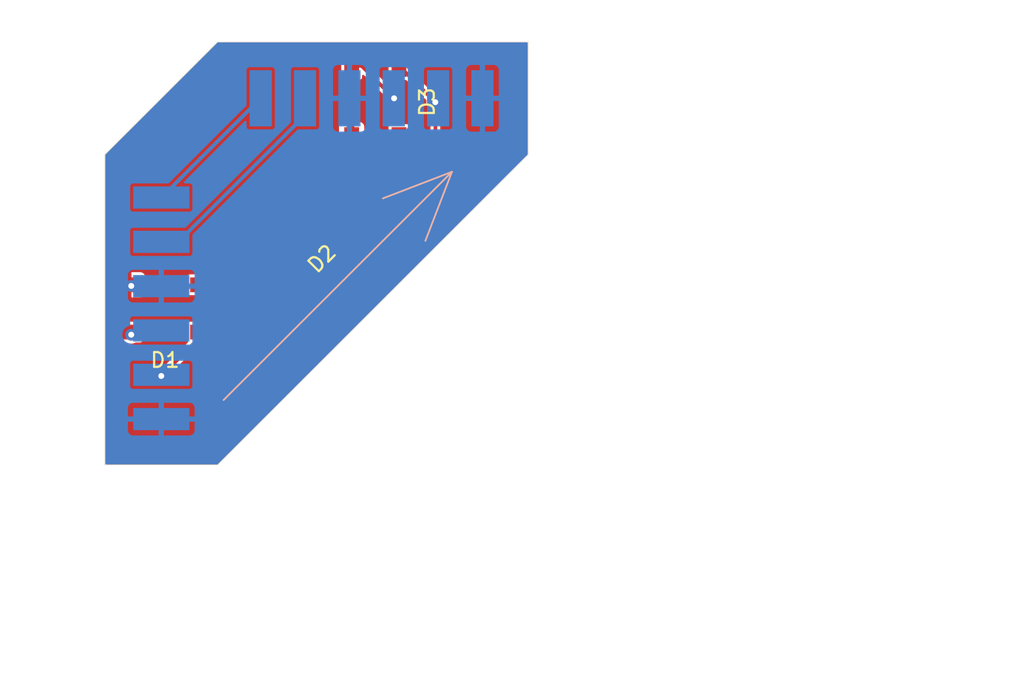
<source format=kicad_pcb>
(kicad_pcb (version 20211014) (generator pcbnew)
  (layers (0 "F.Cu" signal) (31 "B.Cu" signal) (34 "B.Paste" user) (35 "F.Paste" user) (36 "B.SilkS" user "B.Silkscreen") (37 "F.SilkS" user "F.Silkscreen") (38 "B.Mask" user) (39 "F.Mask" user) (44 "Edge.Cuts" user))
  (net 0 "")
  (net 1 "+5V")
  (net 2 "GND")
  (net 3 "Net-(CN1-Pad2)")
  (net 4 "Net-(CN2-Pad3)")
  (net 5 "Net-(D1-Pad2)")
  (net 6 "Net-(D2-Pad2)")
  (net 7 "Net-(D3-Pad2)")
  (net 8 "Net-(CN1-Pad1)")
  (footprint "LED_SMD:LED_WS2812B_PLCC4_5.0x5.0mm_P3.2mm" (layer "F.Cu") (at 126.492 107.95 180)
    (fp_text reference "D1" (at 0 -3.5) (layer "F.SilkS"))
    (fp_text value "WS2812B")
    (pad "1" smd rect (at -2.45 -1.6 180) (size 1.5 1) (layers "F.Cu" "F.Paste" "F.Mask") (net 1 "+5V"))
    (pad "2" smd rect (at -2.45 1.6 180) (size 1.5 1) (layers "F.Cu" "F.Paste" "F.Mask") (net 5 "Net-(D1-Pad2)"))
    (pad "3" smd rect (at 2.45 1.6 180) (size 1.5 1) (layers "F.Cu" "F.Paste" "F.Mask") (net 2 "GND"))
    (pad "4" smd rect (at 2.45 -1.6 180) (size 1.5 1) (layers "F.Cu" "F.Paste" "F.Mask") (net 4 "Net-(CN2-Pad3)"))
  )
  (footprint "LED_SMD:LED_WS2812B_PLCC4_5.0x5.0mm_P3.2mm" (layer "F.Cu") (at 134.62 102.108 -135)
    (fp_text reference "D2" (at 0 -3.5 45) (layer "F.SilkS"))
    (fp_text value "WS2812B")
    (pad "1" smd rect (at -2.45 -1.6 225) (size 1.5 1) (layers "F.Cu" "F.Paste" "F.Mask") (net 1 "+5V"))
    (pad "2" smd rect (at -2.45 1.6 225) (size 1.5 1) (layers "F.Cu" "F.Paste" "F.Mask") (net 6 "Net-(D2-Pad2)"))
    (pad "3" smd rect (at 2.45 1.6 225) (size 1.5 1) (layers "F.Cu" "F.Paste" "F.Mask") (net 2 "GND"))
    (pad "4" smd rect (at 2.45 -1.6 225) (size 1.5 1) (layers "F.Cu" "F.Paste" "F.Mask") (net 5 "Net-(D1-Pad2)"))
  )
  (footprint "LED_SMD:LED_WS2812B_PLCC4_5.0x5.0mm_P3.2mm" (layer "F.Cu") (at 140.716 93.98 -90)
    (fp_text reference "D3" (at 0 -3.5 90) (layer "F.SilkS"))
    (fp_text value "WS2812B")
    (pad "1" smd rect (at -2.45 -1.6 270) (size 1.5 1) (layers "F.Cu" "F.Paste" "F.Mask") (net 1 "+5V"))
    (pad "2" smd rect (at -2.45 1.6 270) (size 1.5 1) (layers "F.Cu" "F.Paste" "F.Mask") (net 7 "Net-(D3-Pad2)"))
    (pad "3" smd rect (at 2.45 1.6 270) (size 1.5 1) (layers "F.Cu" "F.Paste" "F.Mask") (net 2 "GND"))
    (pad "4" smd rect (at 2.45 -1.6 270) (size 1.5 1) (layers "F.Cu" "F.Paste" "F.Mask") (net 6 "Net-(D2-Pad2)"))
  )
  (footprint "Adafruit NeoPixel 8 Stick:1X4-SMT" (layer "B.Cu") (at 126.873 107.442 90)
    (fp_text reference "CN2" hide)
    (fp_text value "1X4SMT" hide)
    (pad "1" smd rect (at -8 -0.635 90) (size 1.5 3.8) (layers "B.Cu" "B.Paste" "B.Mask") (net 2 "GND"))
    (pad "2" smd rect (at -5 -0.635 90) (size 1.5 3.8) (layers "B.Cu" "B.Paste" "B.Mask") (net 1 "+5V"))
    (pad "3" smd rect (at -2 -0.635 90) (size 1.5 3.8) (layers "B.Cu" "B.Paste" "B.Mask") (net 4 "Net-(CN2-Pad3)"))
    (pad "4" smd rect (at 1 -0.635 90) (size 1.5 3.8) (layers "B.Cu" "B.Paste" "B.Mask") (net 2 "GND"))
    (pad "5" smd rect (at 4 -0.635 90) (size 1.5 3.8) (layers "B.Cu" "B.Paste" "B.Mask") (net 3 "Net-(CN1-Pad2)"))
    (pad "6" smd rect (at 7 -0.635 90) (size 1.5 3.8) (layers "B.Cu" "B.Paste" "B.Mask") (net 8 "Net-(CN1-Pad1)"))
  )
  (footprint "Adafruit NeoPixel 8 Stick:1X4-SMT" (layer "B.Cu") (at 140.962 94.360998)
    (fp_text reference "CN1" hide)
    (fp_text value "1X4SMT" hide)
    (pad "1" smd rect (at -8 -0.635) (size 1.5 3.8) (layers "B.Cu" "B.Paste" "B.Mask") (net 8 "Net-(CN1-Pad1)"))
    (pad "2" smd rect (at -5 -0.635) (size 1.5 3.8) (layers "B.Cu" "B.Paste" "B.Mask") (net 3 "Net-(CN1-Pad2)"))
    (pad "3" smd rect (at -2 -0.635) (size 1.5 3.8) (layers "B.Cu" "B.Paste" "B.Mask") (net 2 "GND"))
    (pad "4" smd rect (at 1 -0.635) (size 1.5 3.8) (layers "B.Cu" "B.Paste" "B.Mask") (net 7 "Net-(D3-Pad2)"))
    (pad "5" smd rect (at 4 -0.635) (size 1.5 3.8) (layers "B.Cu" "B.Paste" "B.Mask") (net 1 "+5V"))
    (pad "6" smd rect (at 7 -0.635) (size 1.5 3.8) (layers "B.Cu" "B.Paste" "B.Mask") (net 2 "GND"))
  )
  (gr_line (start 145.89902 98.70298) (end 141.229287 100.499031) (layer "B.SilkS") (width 0.12))
  (gr_line (start 145.89902 98.70298) (end 144.102969 103.372713) (layer "B.SilkS") (width 0.12))
  (gr_line (start 130.45298 114.14902) (end 145.89902 98.70298) (layer "B.SilkS") (width 0.12))
  (gr_line (start 130.048 89.915998) (end 151.048 89.915999) (layer "Edge.Cuts") (width 0.05))
  (gr_line (start 122.428 97.536) (end 122.428 118.536) (layer "Edge.Cuts") (width 0.05))
  (gr_line locked (start 151.048 97.536001) (end 151.048 89.915999) (layer "Edge.Cuts") (width 0.05))
  (gr_line locked (start 122.428 118.536) (end 130.048 118.536) (layer "Edge.Cuts") (width 0.05))
  (gr_line (start 122.428 97.536) (end 130.048 89.915998) (layer "Edge.Cuts") (width 0.05))
  (gr_line (start 130.048 118.536) (end 151.048 97.536001) (layer "Edge.Cuts") (width 0.05))
  (segment (start 144.78 99.06) (end 144.78 93.994) (width 0.25) (layer "F.Cu") (net 1))
  (segment (start 137.483782 101.506959) (end 139.930741 99.06) (width 0.25) (layer "F.Cu") (net 1))
  (segment (start 139.930741 99.06) (end 144.78 99.06) (width 0.25) (layer "F.Cu") (net 1))
  (segment (start 144.773 93.987) (end 142.316 91.53) (width 0.25) (layer "F.Cu") (net 1))
  (segment (start 144.78 93.994) (end 144.773 93.987) (width 0.25) (layer "F.Cu") (net 1))
  (segment (start 133.274 109.55) (end 137.483782 105.340218) (width 0.25) (layer "F.Cu") (net 1))
  (segment (start 128.942 109.818) (end 128.942 109.55) (width 0.25) (layer "F.Cu") (net 1))
  (segment (start 128.942 109.55) (end 133.274 109.55) (width 0.25) (layer "F.Cu") (net 1))
  (segment (start 137.483782 105.340218) (end 137.483782 101.506959) (width 0.25) (layer "F.Cu") (net 1))
  (segment (start 126.238 112.522) (end 128.942 109.818) (width 0.25) (layer "F.Cu") (net 1))
  (via (at 126.238 112.522) (size 0.8) (drill 0.4) (layers "F.Cu" "B.Cu") (net 1))
  (via (at 144.773 93.987) (size 0.8) (drill 0.4) (layers "F.Cu" "B.Cu") (net 1))
  (via (at 124.206 106.426) (size 0.8) (drill 0.4) (layers "F.Cu" "B.Cu") (net 2))
  (segment (start 135.962 94.868) (end 135.962 93.725998) (width 0.25) (layer "B.Cu") (net 3))
  (segment (start 127.388 103.442) (end 135.962 94.868) (width 0.25) (layer "B.Cu") (net 3))
  (segment (start 126.238 103.442) (end 127.388 103.442) (width 0.25) (layer "B.Cu") (net 3))
  (via (at 124.206 109.728) (size 0.8) (drill 0.4) (layers "F.Cu" "B.Cu") (net 4))
  (segment (start 128.942 106.35) (end 132.640741 106.35) (width 0.25) (layer "F.Cu") (net 5))
  (segment (start 132.640741 106.35) (end 134.018959 104.971782) (width 0.25) (layer "F.Cu") (net 5))
  (segment (start 135.221041 99.244218) (end 136.421259 98.044) (width 0.25) (layer "F.Cu") (net 6))
  (segment (start 140.702 98.044) (end 142.316 96.43) (width 0.25) (layer "F.Cu") (net 6))
  (segment (start 136.421259 98.044) (end 140.702 98.044) (width 0.25) (layer "F.Cu") (net 6))
  (segment (start 141.986 93.726) (end 139.79 91.53) (width 0.25) (layer "F.Cu") (net 7))
  (segment (start 139.79 91.53) (end 139.116 91.53) (width 0.25) (layer "F.Cu") (net 7))
  (via (at 141.986 93.726) (size 0.8) (drill 0.4) (layers "F.Cu" "B.Cu") (net 7))
  (segment (start 126.245998 100.442) (end 132.962 93.725998) (width 0.25) (layer "B.Cu") (net 8))
  (segment (start 126.238 100.442) (end 126.245998 100.442) (width 0.25) (layer "B.Cu") (net 8))
  (zone (net 2) (net_name "GND") (layers F&B.Cu) (priority 6) (connect_pads (clearance 0.000001)) (min_thickness 0.1524) (fill yes (thermal_gap 0.3548) (thermal_bridge_width 0.3548))
    (polygon (pts (xy 184.5945 133.096) (xy 115.3287 133.096) (xy 115.3287 87.0712) (xy 184.5945 87.0712)))
  )
)
</source>
